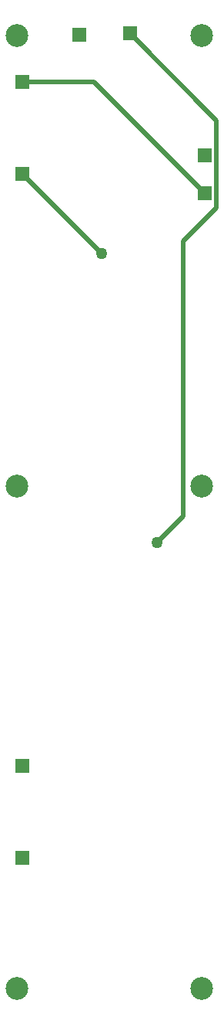
<source format=gbr>
%TF.GenerationSoftware,Altium Limited,Altium Designer,20.0.13 (296)*%
G04 Layer_Physical_Order=2*
G04 Layer_Color=16711680*
%FSLAX45Y45*%
%MOMM*%
%TF.FileFunction,Copper,L2,Bot,Signal*%
%TF.Part,Single*%
G01*
G75*
%TA.AperFunction,Conductor*%
%ADD15C,0.50000*%
%TA.AperFunction,ComponentPad*%
%ADD16R,1.50000X1.50000*%
%ADD17R,1.50000X1.50000*%
%TA.AperFunction,ViaPad*%
%ADD18C,1.27000*%
%ADD19C,2.50000*%
D15*
X14833600Y12458700D02*
X15786099Y11506200D01*
Y10551160D02*
Y11506200D01*
X15422881Y10187940D02*
X15786099Y10551160D01*
X15422881Y7166519D02*
Y10187940D01*
X15135860Y6879499D02*
X15422881Y7166519D01*
X13652499Y10922000D02*
X14521181Y10053320D01*
X13652499Y11925300D02*
X14439900D01*
X15659100Y10706100D01*
D16*
X14833600Y12458700D02*
D03*
X14274800Y12446000D02*
D03*
X15659100Y11125200D02*
D03*
Y10706100D02*
D03*
D17*
X13652499Y10922000D02*
D03*
Y3432378D02*
D03*
Y11925300D02*
D03*
Y4432376D02*
D03*
D18*
X15135860Y6879499D02*
D03*
X14521181Y10053320D02*
D03*
D19*
X15621001Y2000001D02*
D03*
X13589000D02*
D03*
X15621001Y12433300D02*
D03*
X13589000D02*
D03*
Y7500000D02*
D03*
X15621001D02*
D03*
%TF.MD5,a59c6fce2e8317f59499e11e177ed5f6*%
M02*

</source>
